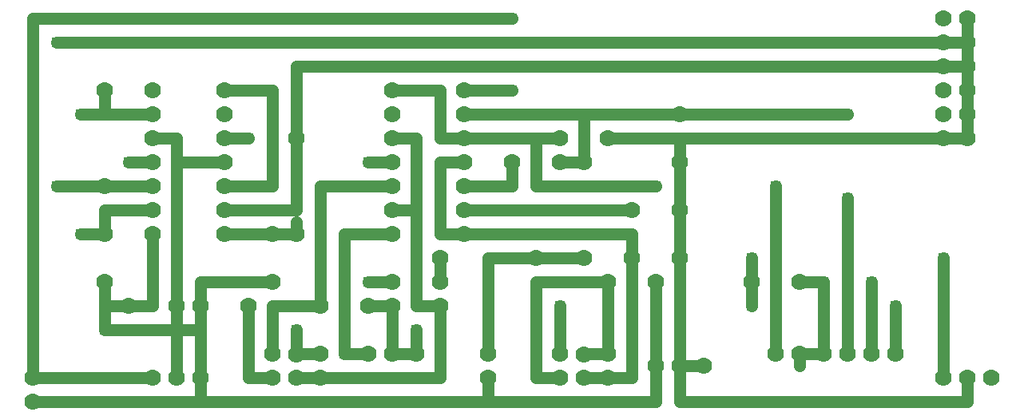
<source format=gbl>
G75*
%MOIN*%
%OFA0B0*%
%FSLAX25Y25*%
%IPPOS*%
%LPD*%
%AMOC8*
5,1,8,0,0,1.08239X$1,22.5*
%
%ADD10C,0.07000*%
%ADD11C,0.05000*%
%ADD12R,0.03962X0.03962*%
D10*
X0033919Y0042535D03*
X0033919Y0052535D03*
X0083919Y0052535D03*
X0093919Y0052535D03*
X0103919Y0052535D03*
X0133919Y0052535D03*
X0143919Y0052535D03*
X0153919Y0052535D03*
X0153919Y0062535D03*
X0143919Y0062220D03*
X0133919Y0062535D03*
X0123919Y0082535D03*
X0133919Y0092535D03*
X0153919Y0082535D03*
X0173919Y0082535D03*
X0183919Y0082535D03*
X0183919Y0092535D03*
X0203919Y0092535D03*
X0203919Y0082535D03*
X0203919Y0102535D03*
X0213919Y0112535D03*
X0213919Y0122535D03*
X0213919Y0132535D03*
X0213919Y0142535D03*
X0213919Y0152535D03*
X0213919Y0162535D03*
X0213919Y0172535D03*
X0183919Y0172535D03*
X0183919Y0162535D03*
X0183919Y0152535D03*
X0183919Y0142535D03*
X0183919Y0132535D03*
X0183919Y0122535D03*
X0183919Y0112535D03*
X0143919Y0112535D03*
X0133919Y0112535D03*
X0113919Y0112535D03*
X0113919Y0122535D03*
X0113919Y0132535D03*
X0113919Y0142535D03*
X0113919Y0152535D03*
X0113919Y0162535D03*
X0113919Y0172535D03*
X0083919Y0172535D03*
X0083919Y0162535D03*
X0083919Y0152535D03*
X0083919Y0142535D03*
X0083919Y0132535D03*
X0083919Y0122535D03*
X0083919Y0112535D03*
X0063919Y0112535D03*
X0063919Y0132535D03*
X0063919Y0092535D03*
X0073919Y0082535D03*
X0093919Y0082535D03*
X0103919Y0082535D03*
X0173919Y0062535D03*
X0183919Y0062535D03*
X0193919Y0062535D03*
X0223919Y0062535D03*
X0223919Y0052535D03*
X0253919Y0052535D03*
X0263919Y0052535D03*
X0273919Y0052535D03*
X0273919Y0062535D03*
X0263919Y0062220D03*
X0253919Y0062535D03*
X0293919Y0057535D03*
X0303919Y0057535D03*
X0313919Y0057535D03*
X0343919Y0062535D03*
X0353919Y0062535D03*
X0363919Y0062535D03*
X0373919Y0062535D03*
X0383919Y0062535D03*
X0393919Y0062535D03*
X0413919Y0052535D03*
X0423919Y0052535D03*
X0433919Y0052535D03*
X0353919Y0092535D03*
X0333919Y0092535D03*
X0303919Y0102535D03*
X0293919Y0092535D03*
X0283919Y0102535D03*
X0273919Y0092535D03*
X0263919Y0102535D03*
X0243919Y0102535D03*
X0283919Y0122535D03*
X0303919Y0122535D03*
X0303919Y0142535D03*
X0273919Y0152535D03*
X0263919Y0142535D03*
X0253919Y0142535D03*
X0253919Y0152535D03*
X0233919Y0142535D03*
X0303919Y0162535D03*
X0413919Y0162535D03*
X0423919Y0162535D03*
X0423919Y0152535D03*
X0413919Y0152535D03*
X0413919Y0172535D03*
X0423919Y0172535D03*
X0423919Y0182535D03*
X0413919Y0182535D03*
X0413919Y0192535D03*
X0423919Y0192535D03*
X0423919Y0202535D03*
X0413919Y0202535D03*
X0143919Y0152535D03*
X0063919Y0172535D03*
D11*
X0063919Y0162535D01*
X0053919Y0162535D01*
X0063919Y0162535D02*
X0083919Y0162535D01*
X0083919Y0152535D02*
X0093919Y0152535D01*
X0093919Y0142535D01*
X0113919Y0142535D01*
X0113919Y0132535D02*
X0133919Y0132535D01*
X0133919Y0172535D01*
X0123919Y0172535D01*
X0113919Y0172535D01*
X0143919Y0182535D02*
X0423919Y0182535D01*
X0423919Y0192535D02*
X0043919Y0192535D01*
X0033919Y0202535D02*
X0073919Y0202535D01*
X0123919Y0202535D01*
X0233919Y0202535D01*
X0233919Y0172535D02*
X0213919Y0172535D01*
X0203919Y0172535D02*
X0183919Y0172535D01*
X0203919Y0172535D02*
X0203919Y0152535D01*
X0213919Y0152535D01*
X0243919Y0152535D01*
X0243919Y0132535D01*
X0293919Y0132535D01*
X0283919Y0122535D02*
X0253919Y0122535D01*
X0213919Y0122535D01*
X0213919Y0132535D02*
X0233919Y0132535D01*
X0233919Y0142535D01*
X0243919Y0152535D02*
X0253919Y0152535D01*
X0253919Y0142535D02*
X0263919Y0142535D01*
X0263919Y0162535D01*
X0303919Y0162535D01*
X0373919Y0162535D01*
X0423919Y0152535D02*
X0303919Y0152535D01*
X0273919Y0152535D01*
X0263919Y0142535D02*
X0253919Y0142535D01*
X0213919Y0142535D02*
X0203919Y0142535D01*
X0203919Y0112535D01*
X0213919Y0112535D01*
X0283919Y0112535D01*
X0283919Y0102535D01*
X0283919Y0052535D01*
X0273919Y0052535D01*
X0263919Y0052535D01*
X0253919Y0052535D02*
X0243919Y0052535D01*
X0243919Y0092535D01*
X0273919Y0092535D01*
X0273919Y0062535D01*
X0273919Y0062535D01*
X0263919Y0062535D01*
X0273919Y0062535D01*
X0253919Y0062535D02*
X0253919Y0082535D01*
X0243919Y0102535D02*
X0223919Y0102535D01*
X0223919Y0062535D01*
X0223919Y0052535D02*
X0223919Y0042535D01*
X0293919Y0042535D01*
X0293919Y0057535D01*
X0293919Y0082535D01*
X0293919Y0092535D01*
X0303919Y0102535D02*
X0303919Y0122535D01*
X0303919Y0057535D01*
X0303919Y0042535D01*
X0423919Y0042535D01*
X0423919Y0052535D01*
X0413919Y0052535D02*
X0413919Y0102535D01*
X0383919Y0092535D02*
X0383919Y0062535D01*
X0373919Y0062535D02*
X0373919Y0127535D01*
X0343919Y0132535D02*
X0343919Y0082535D01*
X0343919Y0062535D01*
X0353919Y0062535D02*
X0353919Y0057535D01*
X0353919Y0062535D02*
X0363919Y0062535D01*
X0363919Y0092535D01*
X0353919Y0092535D01*
X0333919Y0092535D02*
X0333919Y0082535D01*
X0333919Y0092535D02*
X0333919Y0102535D01*
X0303919Y0102535D02*
X0303919Y0072535D01*
X0303919Y0057535D01*
X0303919Y0062535D01*
X0303919Y0057535D02*
X0313919Y0057535D01*
X0263919Y0102535D02*
X0243919Y0102535D01*
X0203919Y0102535D02*
X0203919Y0092535D01*
X0203919Y0082535D02*
X0193919Y0082535D01*
X0193919Y0122535D01*
X0193919Y0152535D01*
X0183919Y0152535D01*
X0183919Y0142535D02*
X0173919Y0142535D01*
X0183919Y0132535D02*
X0153919Y0132535D01*
X0153919Y0082535D01*
X0133919Y0082535D01*
X0133919Y0062535D01*
X0143919Y0062535D02*
X0143919Y0072535D01*
X0143919Y0062535D02*
X0143919Y0062535D01*
X0153919Y0062535D01*
X0163919Y0062535D02*
X0163919Y0112535D01*
X0183919Y0112535D01*
X0183919Y0122535D02*
X0193919Y0122535D01*
X0143919Y0122535D02*
X0143919Y0152535D01*
X0143919Y0182535D01*
X0123919Y0152535D02*
X0113919Y0152535D01*
X0093919Y0142535D02*
X0093919Y0082535D01*
X0093919Y0052535D01*
X0103919Y0052535D02*
X0103919Y0072535D01*
X0103919Y0042535D01*
X0163919Y0042535D01*
X0223919Y0042535D01*
X0203919Y0052535D02*
X0153919Y0052535D01*
X0143919Y0052535D01*
X0133919Y0052535D02*
X0123919Y0052535D01*
X0123919Y0072535D01*
X0123919Y0082535D01*
X0133919Y0092535D02*
X0103919Y0092535D01*
X0103919Y0082535D01*
X0103919Y0072535D01*
X0063919Y0072535D01*
X0063919Y0082535D01*
X0063919Y0092535D01*
X0063919Y0082535D02*
X0073919Y0082535D01*
X0083919Y0082535D01*
X0083919Y0112535D01*
X0083919Y0122535D02*
X0063919Y0122535D01*
X0063919Y0112535D01*
X0053919Y0112535D01*
X0043919Y0132535D02*
X0083919Y0132535D01*
X0063919Y0132535D01*
X0073919Y0142535D02*
X0083919Y0142535D01*
X0113919Y0122535D02*
X0143919Y0122535D01*
X0143919Y0117535D02*
X0143919Y0112535D01*
X0133919Y0112535D01*
X0123919Y0112535D01*
X0113919Y0112535D01*
X0173919Y0092535D02*
X0183919Y0092535D01*
X0183919Y0082535D02*
X0173919Y0082535D01*
X0183919Y0082535D02*
X0183919Y0062535D01*
X0193919Y0062535D01*
X0193919Y0072535D01*
X0203919Y0082535D02*
X0203919Y0052535D01*
X0173919Y0062535D02*
X0163919Y0062535D01*
X0103919Y0042535D02*
X0033919Y0042535D01*
X0033919Y0052535D02*
X0033919Y0202535D01*
X0213919Y0162535D02*
X0303919Y0162535D01*
X0303919Y0152535D02*
X0303919Y0142535D01*
X0303919Y0122535D01*
X0233919Y0172535D02*
X0228919Y0172535D01*
X0393919Y0082535D02*
X0393919Y0062535D01*
X0423919Y0152535D02*
X0423919Y0202535D01*
X0083919Y0052535D02*
X0033919Y0052535D01*
D12*
X0063919Y0072535D03*
X0103919Y0072535D03*
X0123919Y0072535D03*
X0143919Y0072535D03*
X0163919Y0062535D03*
X0193919Y0072535D03*
X0173919Y0092535D03*
X0123919Y0112535D03*
X0073919Y0142535D03*
X0073919Y0142535D03*
X0043919Y0132535D03*
X0053919Y0112535D03*
X0123919Y0152535D03*
X0123919Y0172535D03*
X0123919Y0172535D03*
X0123919Y0202535D03*
X0123919Y0202535D03*
X0073919Y0202535D03*
X0043919Y0192535D03*
X0053919Y0162535D03*
X0173919Y0142535D03*
X0233919Y0172535D03*
X0233919Y0202535D03*
X0293919Y0132535D03*
X0253919Y0122535D03*
X0253919Y0082535D03*
X0293919Y0082535D03*
X0303919Y0072535D03*
X0333919Y0082535D03*
X0343919Y0082535D03*
X0363919Y0092535D03*
X0383919Y0092535D03*
X0393919Y0082535D03*
X0413919Y0102535D03*
X0373919Y0127535D03*
X0343919Y0132535D03*
X0333919Y0102535D03*
X0373919Y0162535D03*
X0163919Y0042535D03*
M02*

</source>
